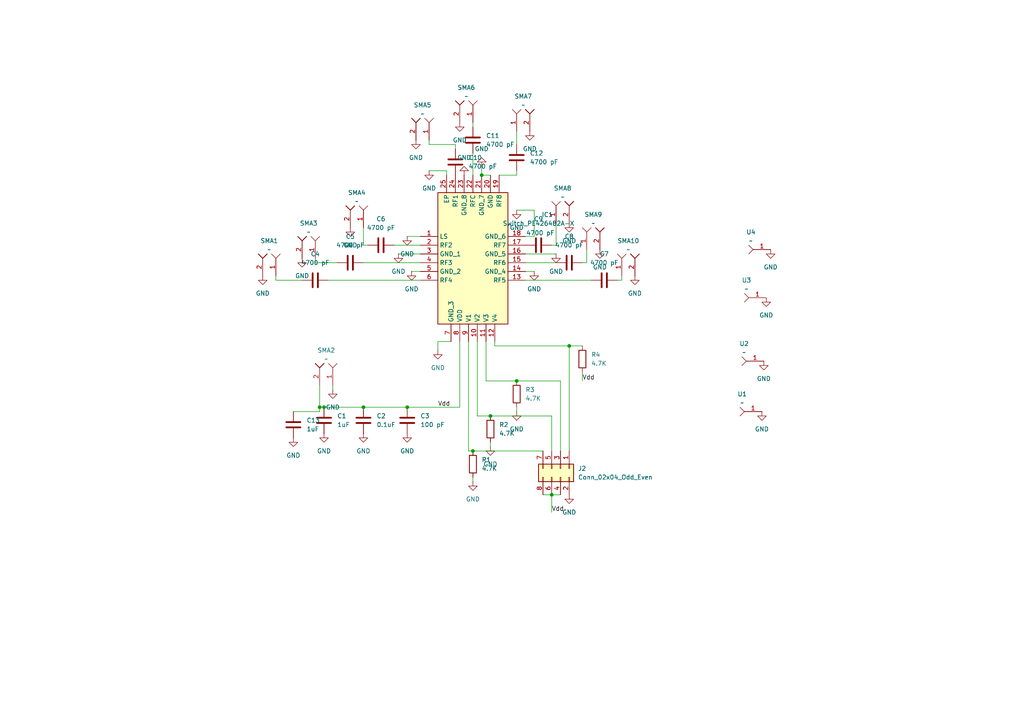
<source format=kicad_sch>
(kicad_sch (version 20231120) (generator "eeschema") (generator_version "8.0")
  (paper "A4")
  (lib_symbols
    (symbol "Connector_Generic:Conn_02x04_Odd_Even" (pin_names (offset 1.016) hide)
      (property "Reference" "J" (at 1.27 5.08 0))
      (property "Value" "Conn_02x04_Odd_Even" (at 1.27 -7.62 0))
      (symbol "Conn_02x04_Odd_Even_1_1"
        (rectangle (start -1.27 -4.953) (end 0 -5.207) (stroke (width 0.1524)))
        (rectangle (start -1.27 -2.413) (end 0 -2.667) (stroke (width 0.1524)))
        (rectangle (start -1.27 0.127) (end 0 -0.127) (stroke (width 0.1524)))
        (rectangle (start -1.27 2.667) (end 0 2.413) (stroke (width 0.1524)))
        (rectangle (start -1.27 3.81) (end 3.81 -6.35) (stroke (width 0.254)) (fill (type background)))
        (rectangle (start 3.81 -4.953) (end 2.54 -5.207) (stroke (width 0.1524)))
        (rectangle (start 3.81 -2.413) (end 2.54 -2.667) (stroke (width 0.1524)))
        (rectangle (start 3.81 0.127) (end 2.54 -0.127) (stroke (width 0.1524)))
        (rectangle (start 3.81 2.667) (end 2.54 2.413) (stroke (width 0.1524)))
        (pin passive line (at -5.08 2.54 0) (length 3.81) (name "Pin_1") (number "1"))
        (pin passive line (at 7.62 2.54 180) (length 3.81) (name "Pin_2") (number "2"))
        (pin passive line (at -5.08 0 0) (length 3.81) (name "Pin_3") (number "3"))
        (pin passive line (at 7.62 0 180) (length 3.81) (name "Pin_4") (number "4"))
        (pin passive line (at -5.08 -2.54 0) (length 3.81) (name "Pin_5") (number "5"))
        (pin passive line (at 7.62 -2.54 180) (length 3.81) (name "Pin_6") (number "6"))
        (pin passive line (at -5.08 -5.08 0) (length 3.81) (name "Pin_7") (number "7"))
        (pin passive line (at 7.62 -5.08 180) (length 3.81) (name "Pin_8") (number "8"))
      )
    )
    (symbol "Device:C" (pin_numbers hide) (pin_names (offset 0.254))
      (property "Reference" "C" (at 0.635 2.54 0))
      (property "Value" "C" (at 0.635 -2.54 0))
      (symbol "C_0_1"
        (polyline (pts (xy -2.032 -0.762) (xy 2.032 -0.762)) (stroke (width 0.508)))
        (polyline (pts (xy -2.032 0.762) (xy 2.032 0.762)) (stroke (width 0.508)))
      )
      (symbol "C_1_1"
        (pin passive line (at 0 3.81 270) (length 2.794) (name "~") (number "1"))
        (pin passive line (at 0 -3.81 90) (length 2.794) (name "~") (number "2"))
      )
    )
    (symbol "Device:R" (pin_numbers hide) (pin_names (offset 0))
      (property "Reference" "R" (at 2.032 0 90))
      (property "Value" "R" (at 0 0 90))
      (symbol "R_0_1"
        (rectangle (start -1.016 -2.54) (end 1.016 2.54) (stroke (width 0.254)))
      )
      (symbol "R_1_1"
        (pin passive line (at 0 3.81 270) (length 1.27) (name "~") (number "1"))
        (pin passive line (at 0 -3.81 90) (length 1.27) (name "~") (number "2"))
      )
    )
    (symbol "MUSIC_LAB:SMA"
      (property "Reference" "SMA" (at 1.27 -1.27 0))
      (symbol "SMA_0_1"
        (polyline (pts (xy -1.27 1.27) (xy -2.54 0)))
        (polyline (pts (xy -1.27 1.27) (xy -2.54 0)))
        (polyline (pts (xy -1.27 1.27) (xy -2.54 0)))
        (polyline (pts (xy -1.27 1.27) (xy -2.54 0)))
        (polyline (pts (xy -1.27 1.27) (xy -2.54 2.54)))
        (polyline (pts (xy -1.27 1.27) (xy -2.54 2.54)))
        (polyline (pts (xy -1.27 1.27) (xy -2.54 2.54)))
        (polyline (pts (xy -1.27 1.27) (xy -2.54 2.54)))
        (polyline (pts (xy -1.27 5.08) (xy -2.54 3.81)))
        (polyline (pts (xy -1.27 5.08) (xy -2.54 6.35)))
      )
      (symbol "SMA_1_1"
        (pin passive line (at 3.81 5.08 180) (length 5.08) (name "") (number "1"))
        (pin passive line (at 3.81 1.27 180) (length 5.08) (name "") (number "2"))
      )
    )
    (symbol "MUSIC_LAB:Switch_PE426482A-X"
      (property "Reference" "IC" (at 26.67 17.78 0))
      (property "Value" "Switch_PE426482A-X" (at 26.67 15.24 0))
      (symbol "Switch_PE426482A-X_1_1"
        (rectangle (start 7.62 12.7) (end 27.94 -25.4) (stroke (width 0.254)) (fill (type background)))
        (pin passive line (at 2.54 0 0) (length 5.08) (name "LS") (number "1"))
        (pin passive line (at 19.05 -30.48 90) (length 5.08) (name "V2") (number "10"))
        (pin passive line (at 21.59 -30.48 90) (length 5.08) (name "V3") (number "11"))
        (pin passive line (at 24.13 -30.48 90) (length 5.08) (name "V4") (number "12"))
        (pin passive line (at 33.02 -12.7 180) (length 5.08) (name "RF5") (number "13"))
        (pin passive line (at 33.02 -10.16 180) (length 5.08) (name "GND_4") (number "14"))
        (pin passive line (at 33.02 -7.62 180) (length 5.08) (name "RF6") (number "15"))
        (pin passive line (at 33.02 -5.08 180) (length 5.08) (name "GND_5") (number "16"))
        (pin passive line (at 33.02 -2.54 180) (length 5.08) (name "RF7") (number "17"))
        (pin passive line (at 33.02 0 180) (length 5.08) (name "GND_6") (number "18"))
        (pin passive line (at 25.4 17.78 270) (length 5.08) (name "RF8") (number "19"))
        (pin passive line (at 2.54 -2.54 0) (length 5.08) (name "RF2") (number "2"))
        (pin passive line (at 22.86 17.78 270) (length 5.08) (name "GND") (number "20"))
        (pin passive line (at 20.32 17.78 270) (length 5.08) (name "GND_7") (number "21"))
        (pin passive line (at 17.78 17.78 270) (length 5.08) (name "RFC") (number "22"))
        (pin passive line (at 15.24 17.78 270) (length 5.08) (name "GND_8") (number "23"))
        (pin passive line (at 12.7 17.78 270) (length 5.08) (name "RF1") (number "24"))
        (pin passive line (at 10.16 17.78 270) (length 5.08) (name "EP") (number "25"))
        (pin passive line (at 2.54 -5.08 0) (length 5.08) (name "GND_1") (number "3"))
        (pin passive line (at 2.54 -7.62 0) (length 5.08) (name "RF3") (number "4"))
        (pin passive line (at 2.54 -10.16 0) (length 5.08) (name "GND_2") (number "5"))
        (pin passive line (at 2.54 -12.7 0) (length 5.08) (name "RF4") (number "6"))
        (pin passive line (at 11.43 -30.48 90) (length 5.08) (name "GND_3") (number "7"))
        (pin passive line (at 13.97 -30.48 90) (length 5.08) (name "VDD") (number "8"))
        (pin passive line (at 16.51 -30.48 90) (length 5.08) (name "V1") (number "9"))
      )
    )
    (symbol "MUSIC_LAB:Via_GND"
      (property "Reference" "U" (at 0 0 0))
      (symbol "Via_GND_0_1"
        (polyline (pts (xy -3.81 3.81) (xy -5.08 2.54)))
        (polyline (pts (xy -3.81 3.81) (xy -5.08 5.08)))
      )
      (symbol "Via_GND_1_1"
        (pin passive line (at 1.27 3.81 180) (length 5.08) (name "") (number "1"))
      )
    )
    (symbol "power:GND" (power) (pin_numbers hide) (pin_names (offset 0) hide)
      (property "Value" "GND" (at 0 -3.81 0))
      (symbol "GND_0_1"
        (polyline (pts (xy 0 0) (xy 0 -1.27) (xy 1.27 -1.27) (xy 0 -2.54) (xy -1.27 -1.27) (xy 0 -1.27)))
      )
      (symbol "GND_1_1"
        (pin power_in line (at 0 0 270) (length 0) (name "~") (number "1"))
      )
    )
  )
  (junction (at 92.71 118.11))
  (junction (at 160.02 143.51))
  (junction (at 93.98 118.11))
  (junction (at 118.11 118.11))
  (junction (at 165.1 100.33))
  (junction (at 137.16 130.81))
  (junction (at 105.41 118.11))
  (junction (at 149.86 110.49))
  (junction (at 139.7 50.8))
  (junction (at 142.24 120.65))
  (wire (pts (xy 92.71 111.76) (xy 92.71 118.11)))
  (wire (pts (xy 118.11 118.11) (xy 133.35 118.11)))
  (wire (pts (xy 143.51 100.33) (xy 165.1 100.33)))
  (wire (pts (xy 149.86 49.53) (xy 149.86 50.8)))
  (wire (pts (xy 137.16 35.56) (xy 137.16 36.83)))
  (wire (pts (xy 124.46 41.91) (xy 132.08 41.91)))
  (wire (pts (xy 137.16 130.81) (xy 157.48 130.81)))
  (wire (pts (xy 80.01 81.28) (xy 87.63 81.28)))
  (wire (pts (xy 132.08 41.91) (xy 132.08 43.18)))
  (wire (pts (xy 133.35 118.11) (xy 133.35 99.06)))
  (wire (pts (xy 92.71 119.38) (xy 92.71 118.11)))
  (wire (pts (xy 140.97 99.06) (xy 140.97 110.49)))
  (wire (pts (xy 139.7 48.26) (xy 139.7 50.8)))
  (wire (pts (xy 161.29 73.66) (xy 152.4 73.66)))
  (wire (pts (xy 144.78 50.8) (xy 149.86 50.8)))
  (wire (pts (xy 91.44 74.93) (xy 91.44 76.2)))
  (wire (pts (xy 149.86 119.38) (xy 149.86 118.11)))
  (wire (pts (xy 92.71 118.11) (xy 93.98 118.11)))
  (wire (pts (xy 137.16 44.45) (xy 137.16 50.8)))
  (wire (pts (xy 139.7 50.8) (xy 142.24 50.8)))
  (wire (pts (xy 161.29 71.12) (xy 160.02 71.12)))
  (wire (pts (xy 149.86 110.49) (xy 162.56 110.49)))
  (wire (pts (xy 105.41 76.2) (xy 121.92 76.2)))
  (wire (pts (xy 165.1 100.33) (xy 168.91 100.33)))
  (wire (pts (xy 154.94 78.74) (xy 152.4 78.74)))
  (wire (pts (xy 105.41 66.04) (xy 105.41 71.12)))
  (wire (pts (xy 119.38 78.74) (xy 121.92 78.74)))
  (wire (pts (xy 135.89 130.81) (xy 137.16 130.81)))
  (wire (pts (xy 149.86 38.1) (xy 149.86 41.91)))
  (wire (pts (xy 143.51 99.06) (xy 143.51 100.33)))
  (wire (pts (xy 105.41 118.11) (xy 118.11 118.11)))
  (wire (pts (xy 162.56 110.49) (xy 162.56 130.81)))
  (wire (pts (xy 170.18 76.2) (xy 168.91 76.2)))
  (wire (pts (xy 127 101.6) (xy 127 99.06)))
  (wire (pts (xy 138.43 120.65) (xy 142.24 120.65)))
  (wire (pts (xy 121.92 68.58) (xy 118.11 68.58)))
  (wire (pts (xy 165.1 100.33) (xy 165.1 130.81)))
  (wire (pts (xy 168.91 110.49) (xy 168.91 107.95)))
  (wire (pts (xy 160.02 120.65) (xy 160.02 130.81)))
  (wire (pts (xy 138.43 99.06) (xy 138.43 120.65)))
  (wire (pts (xy 179.07 81.28) (xy 180.34 81.28)))
  (wire (pts (xy 106.68 71.12) (xy 105.41 71.12)))
  (wire (pts (xy 170.18 72.39) (xy 170.18 76.2)))
  (wire (pts (xy 149.86 60.96) (xy 154.94 60.96)))
  (wire (pts (xy 124.46 40.64) (xy 124.46 41.91)))
  (wire (pts (xy 142.24 129.54) (xy 142.24 128.27)))
  (wire (pts (xy 80.01 80.01) (xy 80.01 81.28)))
  (wire (pts (xy 129.54 49.53) (xy 129.54 50.8)))
  (wire (pts (xy 93.98 118.11) (xy 105.41 118.11)))
  (wire (pts (xy 160.02 143.51) (xy 162.56 143.51)))
  (wire (pts (xy 121.92 73.66) (xy 115.57 73.66)))
  (wire (pts (xy 124.46 49.53) (xy 129.54 49.53)))
  (wire (pts (xy 154.94 60.96) (xy 154.94 68.58)))
  (wire (pts (xy 137.16 139.7) (xy 137.16 138.43)))
  (wire (pts (xy 160.02 143.51) (xy 157.48 143.51)))
  (wire (pts (xy 127 99.06) (xy 130.81 99.06)))
  (wire (pts (xy 91.44 76.2) (xy 97.79 76.2)))
  (wire (pts (xy 140.97 110.49) (xy 149.86 110.49)))
  (wire (pts (xy 161.29 64.77) (xy 161.29 71.12)))
  (wire (pts (xy 160.02 148.59) (xy 160.02 143.51)))
  (wire (pts (xy 95.25 81.28) (xy 121.92 81.28)))
  (wire (pts (xy 180.34 80.01) (xy 180.34 81.28)))
  (wire (pts (xy 85.09 119.38) (xy 92.71 119.38)))
  (wire (pts (xy 135.89 99.06) (xy 135.89 130.81)))
  (wire (pts (xy 152.4 81.28) (xy 171.45 81.28)))
  (wire (pts (xy 121.92 71.12) (xy 114.3 71.12)))
  (wire (pts (xy 161.29 76.2) (xy 152.4 76.2)))
  (wire (pts (xy 154.94 68.58) (xy 152.4 68.58)))
  (wire (pts (xy 96.52 111.76) (xy 96.52 113.03)))
  (wire (pts (xy 142.24 120.65) (xy 160.02 120.65)))
  (label "Vdd" (at 168.91 110.49 0))
  (label "Vdd" (at 127 118.11 0))
  (label "Vdd" (at 160.02 148.59 0))
  (symbol (lib_id "Device:R") (at 142.24 124.46 180) (unit 1)
    (property "Reference" "R2" (at 144.78 123.1899 0) (effects (justify right)))
    (property "Value" "4.7K" (at 144.78 125.7299 0) (effects (justify right)))
    (property "Footprint" "Resistor_SMD:R_0402_1005Metric" (effects (hide yes)))
    (property "Description" "Resistor" (effects (hide yes)))
  )
  (symbol (lib_id "Device:C") (at 101.6 76.2 90) (unit 1)
    (property "Reference" "C5" (at 101.6 68.58 90))
    (property "Value" "4700 pF" (at 101.6 71.12 90))
    (property "Footprint" "Capacitor_SMD:C_0402_1005Metric" (effects (hide yes)))
    (property "Description" "Unpolarized capacitor" (effects (hide yes)))
  )
  (symbol (lib_id "power:GND") (at 105.41 125.73 0) (unit 1)
    (property "Reference" "#PWR06" (effects (hide yes)))
    (property "Value" "GND" (at 105.41 130.81 0))
    (property "Description" "Power symbol creates a global label with name \"GND\" , ground" (effects (hide yes)))
  )
  (symbol (lib_id "Device:C") (at 137.16 40.64 180) (unit 1)
    (property "Reference" "C11" (at 140.97 39.3699 0) (effects (justify right)))
    (property "Value" "4700 pF" (at 140.97 41.9099 0) (effects (justify right)))
    (property "Footprint" "Capacitor_SMD:C_0402_1005Metric" (effects (hide yes)))
    (property "Description" "Unpolarized capacitor" (effects (hide yes)))
  )
  (symbol (lib_id "Device:R") (at 137.16 134.62 180) (unit 1)
    (property "Reference" "R1" (at 139.7 133.3499 0) (effects (justify right)))
    (property "Value" "4.7K" (at 139.7 135.8899 0) (effects (justify right)))
    (property "Footprint" "Resistor_SMD:R_0402_1005Metric" (effects (hide yes)))
    (property "Description" "Resistor" (effects (hide yes)))
  )
  (symbol (lib_id "Device:R") (at 149.86 114.3 180) (unit 1)
    (property "Reference" "R3" (at 152.4 113.0299 0) (effects (justify right)))
    (property "Value" "4.7K" (at 152.4 115.5699 0) (effects (justify right)))
    (property "Footprint" "Resistor_SMD:R_0402_1005Metric" (effects (hide yes)))
    (property "Description" "Resistor" (effects (hide yes)))
  )
  (symbol (lib_id "power:GND") (at 139.7 48.26 0) (mirror x) (unit 1)
    (property "Reference" "#PWR017" (effects (hide yes)))
    (property "Value" "GND" (at 139.7 43.18 0))
    (property "Description" "Power symbol creates a global label with name \"GND\" , ground" (effects (hide yes)))
  )
  (symbol (lib_id "Device:C") (at 118.11 121.92 0) (unit 1)
    (property "Reference" "C3" (at 121.92 120.6499 0) (effects (justify left)))
    (property "Value" "100 pF" (at 121.92 123.1899 0) (effects (justify left)))
    (property "Footprint" "Capacitor_SMD:C_0402_1005Metric" (effects (hide yes)))
    (property "Description" "Unpolarized capacitor" (effects (hide yes)))
  )
  (symbol (lib_id "power:GND") (at 133.35 35.56 0) (unit 1)
    (property "Reference" "#PWR014" (effects (hide yes)))
    (property "Value" "GND" (at 133.35 40.64 0))
    (property "Description" "Power symbol creates a global label with name \"GND\" , ground" (effects (hide yes)))
  )
  (symbol (lib_id "power:GND") (at 124.46 49.53 0) (mirror y) (unit 1)
    (property "Reference" "#PWR012" (effects (hide yes)))
    (property "Value" "GND" (at 124.46 54.61 0))
    (property "Description" "Power symbol creates a global label with name \"GND\" , ground" (effects (hide yes)))
  )
  (symbol (lib_id "Device:C") (at 93.98 121.92 0) (unit 1)
    (property "Reference" "C1" (at 97.79 120.6499 0) (effects (justify left)))
    (property "Value" "1uF" (at 97.79 123.1899 0) (effects (justify left)))
    (property "Footprint" "Capacitor_SMD:C_0402_1005Metric" (effects (hide yes)))
    (property "Description" "Unpolarized capacitor" (effects (hide yes)))
  )
  (symbol (lib_id "power:GND") (at 220.98 119.38 0) (mirror y) (unit 1)
    (property "Reference" "#PWR029" (effects (hide yes)))
    (property "Value" "GND" (at 220.98 124.46 0))
    (property "Description" "Power symbol creates a global label with name \"GND\" , ground" (effects (hide yes)))
  )
  (symbol (lib_id "MUSIC_LAB:SMA") (at 100.33 62.23 270) (unit 1)
    (property "Reference" "SMA4" (at 103.505 55.88 90))
    (property "Value" "~" (at 103.505 58.42 90))
    (property "Footprint" "MUSIC_Lab:SMA_Edge_step_1" (effects (hide yes)))
  )
  (symbol (lib_id "power:GND") (at 165.1 64.77 0) (mirror y) (unit 1)
    (property "Reference" "#PWR024" (effects (hide yes)))
    (property "Value" "GND" (at 165.1 69.85 0))
    (property "Description" "Power symbol creates a global label with name \"GND\" , ground" (effects (hide yes)))
  )
  (symbol (lib_id "power:GND") (at 222.25 86.36 0) (mirror y) (unit 1)
    (property "Reference" "#PWR031" (effects (hide yes)))
    (property "Value" "GND" (at 222.25 91.44 0))
    (property "Description" "Power symbol creates a global label with name \"GND\" , ground" (effects (hide yes)))
  )
  (symbol (lib_id "power:GND") (at 161.29 73.66 0) (mirror y) (unit 1)
    (property "Reference" "#PWR023" (effects (hide yes)))
    (property "Value" "GND" (at 161.29 78.74 0))
    (property "Description" "Power symbol creates a global label with name \"GND\" , ground" (effects (hide yes)))
  )
  (symbol (lib_id "Device:C") (at 105.41 121.92 0) (unit 1)
    (property "Reference" "C2" (at 109.22 120.6499 0) (effects (justify left)))
    (property "Value" "0.1uF" (at 109.22 123.1899 0) (effects (justify left)))
    (property "Footprint" "Capacitor_SMD:C_0402_1005Metric" (effects (hide yes)))
    (property "Description" "Unpolarized capacitor" (effects (hide yes)))
  )
  (symbol (lib_id "power:GND") (at 221.5461 104.7497 0) (mirror y) (unit 1)
    (property "Reference" "#PWR030" (effects (hide yes)))
    (property "Value" "GND" (at 221.5461 109.8297 0))
    (property "Description" "Power symbol creates a global label with name \"GND\" , ground" (effects (hide yes)))
  )
  (symbol (lib_id "power:GND") (at 93.98 125.73 0) (unit 1)
    (property "Reference" "#PWR04" (effects (hide yes)))
    (property "Value" "GND" (at 93.98 130.81 0))
    (property "Description" "Power symbol creates a global label with name \"GND\" , ground" (effects (hide yes)))
  )
  (symbol (lib_id "power:GND") (at 87.63 74.93 0) (unit 1)
    (property "Reference" "#PWR03" (effects (hide yes)))
    (property "Value" "GND" (at 87.63 80.01 0))
    (property "Description" "Power symbol creates a global label with name \"GND\" , ground" (effects (hide yes)))
  )
  (symbol (lib_id "power:GND") (at 118.11 68.58 0) (unit 1)
    (property "Reference" "#PWR09" (effects (hide yes)))
    (property "Value" "GND" (at 118.11 73.66 0))
    (property "Description" "Power symbol creates a global label with name \"GND\" , ground" (effects (hide yes)))
  )
  (symbol (lib_id "MUSIC_LAB:SMA") (at 74.93 76.2 270) (unit 1)
    (property "Reference" "SMA1" (at 78.105 69.85 90))
    (property "Value" "~" (at 78.105 72.39 90))
    (property "Footprint" "MUSIC_Lab:SMA_Edge_step_1" (effects (hide yes)))
  )
  (symbol (lib_id "MUSIC_LAB:SMA") (at 175.26 68.58 90) (mirror x) (unit 1)
    (property "Reference" "SMA9" (at 172.085 62.23 90))
    (property "Value" "~" (at 172.085 64.77 90))
    (property "Footprint" "MUSIC_Lab:SMA_Edge_step_1" (effects (hide yes)))
  )
  (symbol (lib_id "power:GND") (at 120.65 40.64 0) (unit 1)
    (property "Reference" "#PWR011" (effects (hide yes)))
    (property "Value" "GND" (at 120.65 45.72 0))
    (property "Description" "Power symbol creates a global label with name \"GND\" , ground" (effects (hide yes)))
  )
  (symbol (lib_id "power:GND") (at 149.86 60.96 0) (mirror y) (unit 1)
    (property "Reference" "#PWR022" (effects (hide yes)))
    (property "Value" "GND" (at 149.86 66.04 0))
    (property "Description" "Power symbol creates a global label with name \"GND\" , ground" (effects (hide yes)))
  )
  (symbol (lib_id "power:GND") (at 85.09 127 0) (unit 1)
    (property "Reference" "#PWR028" (effects (hide yes)))
    (property "Value" "GND" (at 85.09 132.08 0))
    (property "Description" "Power symbol creates a global label with name \"GND\" , ground" (effects (hide yes)))
  )
  (symbol (lib_id "MUSIC_LAB:Via_GND") (at 219.71 123.19 0) (unit 1)
    (property "Reference" "U1" (at 215.265 114.3 0))
    (property "Value" "~" (at 215.265 116.84 0))
    (property "Footprint" "MUSIC_Lab:via_GND" (effects (hide yes)))
  )
  (symbol (lib_id "Connector_Generic:Conn_02x04_Odd_Even") (at 162.56 135.89 270) (unit 1)
    (property "Reference" "J2" (at 167.64 135.8899 90) (effects (justify left)))
    (property "Value" "Conn_02x04_Odd_Even" (at 167.64 138.4299 90) (effects (justify left)))
    (property "Footprint" "Connector_PinSocket_2.54mm:PinSocket_2x04_P2.54mm_Vertical_SMD" (effects (hide yes)))
    (property "Description" "Generic connector, double row, 02x04, odd/even pin numbering scheme (row 1 odd numbers, row 2 even numbers), script generated (kicad-library-utils/schlib/autogen/connector/)" (effects (hide yes)))
  )
  (symbol (lib_id "Device:C") (at 149.86 45.72 180) (unit 1)
    (property "Reference" "C12" (at 153.67 44.4499 0) (effects (justify right)))
    (property "Value" "4700 pF" (at 153.67 46.9899 0) (effects (justify right)))
    (property "Footprint" "Capacitor_SMD:C_0402_1005Metric" (effects (hide yes)))
    (property "Description" "Unpolarized capacitor" (effects (hide yes)))
  )
  (symbol (lib_id "Device:C") (at 175.26 81.28 90) (unit 1)
    (property "Reference" "C7" (at 175.26 73.66 90))
    (property "Value" "4700 pF" (at 175.26 76.2 90))
    (property "Footprint" "Capacitor_SMD:C_0402_1005Metric" (effects (hide yes)))
    (property "Description" "Unpolarized capacitor" (effects (hide yes)))
  )
  (symbol (lib_id "power:GND") (at 137.16 139.7 0) (mirror y) (unit 1)
    (property "Reference" "#PWR019" (effects (hide yes)))
    (property "Value" "GND" (at 137.16 144.78 0))
    (property "Description" "Power symbol creates a global label with name \"GND\" , ground" (effects (hide yes)))
  )
  (symbol (lib_id "power:GND") (at 153.67 38.1 0) (mirror y) (unit 1)
    (property "Reference" "#PWR018" (effects (hide yes)))
    (property "Value" "GND" (at 153.67 43.18 0))
    (property "Description" "Power symbol creates a global label with name \"GND\" , ground" (effects (hide yes)))
  )
  (symbol (lib_id "MUSIC_LAB:SMA") (at 154.94 34.29 90) (mirror x) (unit 1)
    (property "Reference" "SMA7" (at 151.765 27.94 90))
    (property "Value" "~" (at 151.765 30.48 90))
    (property "Footprint" "MUSIC_Lab:SMA_Edge_step_1" (effects (hide yes)))
  )
  (symbol (lib_id "MUSIC_LAB:SMA") (at 185.42 76.2 90) (mirror x) (unit 1)
    (property "Reference" "SMA10" (at 182.245 69.85 90))
    (property "Value" "~" (at 182.245 72.39 90))
    (property "Footprint" "MUSIC_Lab:SMA_Edge_step_1" (effects (hide yes)))
  )
  (symbol (lib_id "power:GND") (at 184.15 80.01 0) (mirror y) (unit 1)
    (property "Reference" "#PWR026" (effects (hide yes)))
    (property "Value" "GND" (at 184.15 85.09 0))
    (property "Description" "Power symbol creates a global label with name \"GND\" , ground" (effects (hide yes)))
  )
  (symbol (lib_id "power:GND") (at 165.1 143.51 0) (mirror y) (unit 1)
    (property "Reference" "#PWR016" (effects (hide yes)))
    (property "Value" "GND" (at 165.1 148.59 0))
    (property "Description" "Power symbol creates a global label with name \"GND\" , ground" (effects (hide yes)))
  )
  (symbol (lib_id "power:GND") (at 154.94 78.74 0) (mirror y) (unit 1)
    (property "Reference" "#PWR021" (effects (hide yes)))
    (property "Value" "GND" (at 154.94 83.82 0))
    (property "Description" "Power symbol creates a global label with name \"GND\" , ground" (effects (hide yes)))
  )
  (symbol (lib_id "Device:C") (at 156.21 71.12 90) (unit 1)
    (property "Reference" "C9" (at 156.21 63.5 90))
    (property "Value" "4700 pF" (at 156.718 67.564 90))
    (property "Footprint" "Capacitor_SMD:C_0402_1005Metric" (effects (hide yes)))
    (property "Description" "Unpolarized capacitor" (effects (hide yes)))
  )
  (symbol (lib_id "MUSIC_LAB:Via_GND") (at 220.98 90.17 0) (unit 1)
    (property "Reference" "U3" (at 216.535 81.28 0))
    (property "Value" "~" (at 216.535 83.82 0))
    (property "Footprint" "MUSIC_Lab:via_GND" (effects (hide yes)))
  )
  (symbol (lib_id "power:GND") (at 96.52 113.03 0) (unit 1)
    (property "Reference" "#PWR02" (effects (hide yes)))
    (property "Value" "GND" (at 96.52 118.11 0))
    (property "Description" "Power symbol creates a global label with name \"GND\" , ground" (effects (hide yes)))
  )
  (symbol (lib_id "Device:C") (at 85.09 123.19 0) (unit 1)
    (property "Reference" "C13" (at 88.9 121.9199 0) (effects (justify left)))
    (property "Value" "1uF" (at 88.9 124.4599 0) (effects (justify left)))
    (property "Footprint" "Capacitor_SMD:C_0402_1005Metric" (effects (hide yes)))
    (property "Description" "Unpolarized capacitor" (effects (hide yes)))
  )
  (symbol (lib_id "power:GND") (at 101.6 66.04 0) (unit 1)
    (property "Reference" "#PWR05" (effects (hide yes)))
    (property "Value" "GND" (at 101.6 71.12 0))
    (property "Description" "Power symbol creates a global label with name \"GND\" , ground" (effects (hide yes)))
  )
  (symbol (lib_id "Device:C") (at 132.08 46.99 180) (unit 1)
    (property "Reference" "C10" (at 135.89 45.7199 0) (effects (justify right)))
    (property "Value" "4700 pF" (at 135.89 48.2599 0) (effects (justify right)))
    (property "Footprint" "Capacitor_SMD:C_0402_1005Metric" (effects (hide yes)))
    (property "Description" "Unpolarized capacitor" (effects (hide yes)))
  )
  (symbol (lib_id "power:GND") (at 173.99 72.39 0) (mirror y) (unit 1)
    (property "Reference" "#PWR025" (effects (hide yes)))
    (property "Value" "GND" (at 173.99 77.47 0))
    (property "Description" "Power symbol creates a global label with name \"GND\" , ground" (effects (hide yes)))
  )
  (symbol (lib_id "power:GND") (at 223.52 72.39 0) (mirror y) (unit 1)
    (property "Reference" "#PWR032" (effects (hide yes)))
    (property "Value" "GND" (at 223.52 77.47 0))
    (property "Description" "Power symbol creates a global label with name \"GND\" , ground" (effects (hide yes)))
  )
  (symbol (lib_id "MUSIC_LAB:SMA") (at 119.38 36.83 270) (unit 1)
    (property "Reference" "SMA5" (at 122.555 30.48 90))
    (property "Value" "~" (at 122.555 33.02 90))
    (property "Footprint" "MUSIC_Lab:SMA_Edge_step_1" (effects (hide yes)))
  )
  (symbol (lib_id "Device:R") (at 168.91 104.14 180) (unit 1)
    (property "Reference" "R4" (at 171.45 102.8699 0) (effects (justify right)))
    (property "Value" "4.7K" (at 171.45 105.4099 0) (effects (justify right)))
    (property "Footprint" "Resistor_SMD:R_0402_1005Metric" (effects (hide yes)))
    (property "Description" "Resistor" (effects (hide yes)))
  )
  (symbol (lib_id "power:GND") (at 134.62 50.8 0) (mirror x) (unit 1)
    (property "Reference" "#PWR015" (effects (hide yes)))
    (property "Value" "GND" (at 134.62 45.72 0))
    (property "Description" "Power symbol creates a global label with name \"GND\" , ground" (effects (hide yes)))
  )
  (symbol (lib_id "MUSIC_LAB:SMA") (at 86.36 71.12 270) (unit 1)
    (property "Reference" "SMA3" (at 89.535 64.77 90))
    (property "Value" "~" (at 89.535 67.31 90))
    (property "Footprint" "MUSIC_Lab:SMA_Edge_step_1" (effects (hide yes)))
  )
  (symbol (lib_id "Device:C") (at 91.44 81.28 90) (unit 1)
    (property "Reference" "C4" (at 91.44 73.66 90))
    (property "Value" "4700 pF" (at 91.44 76.2 90))
    (property "Footprint" "Capacitor_SMD:C_0402_1005Metric" (effects (hide yes)))
    (property "Description" "Unpolarized capacitor" (effects (hide yes)))
  )
  (symbol (lib_id "power:GND") (at 149.86 119.38 0) (mirror y) (unit 1)
    (property "Reference" "#PWR027" (effects (hide yes)))
    (property "Value" "GND" (at 149.86 124.46 0))
    (property "Description" "Power symbol creates a global label with name \"GND\" , ground" (effects (hide yes)))
  )
  (symbol (lib_id "MUSIC_LAB:SMA") (at 166.37 60.96 90) (mirror x) (unit 1)
    (property "Reference" "SMA8" (at 163.195 54.61 90))
    (property "Value" "~" (at 163.195 57.15 90))
    (property "Footprint" "MUSIC_Lab:SMA_Edge_step_1" (effects (hide yes)))
  )
  (symbol (lib_id "MUSIC_LAB:Switch_PE426482A-X") (at 119.38 68.58 0) (unit 1)
    (property "Reference" "IC1" (at 158.75 62.2614 0))
    (property "Value" "Switch_PE426482A-X" (at 156.21 64.8014 0))
    (property "Footprint" "MUSIC_Lab:QFN50P400X400X90-25N" (effects (hide yes)))
    (property "Datasheet" "https://www.psemi.com/pdf/datasheets/pe426482ds.pdf" (effects (hide yes)))
    (property "Description" "RF Switch ICs SP8T, -55 to +125 C, Absorptive, 50? RF Switch, w/o ext. Vss" (effects (hide yes)))
    (property "Height" "0.9" (effects (hide yes)))
    (property "Mouser Part Number" "81-PE426482A-X" (effects (hide yes)))
    (property "Mouser Price/Stock" "https://www.mouser.co.uk/ProductDetail/pSemi/PE426482A-X?qs=5aG0NVq1C4yY1w5gq8I7Qg%3D%3D" (effects (hide yes)))
    (property "Manufacturer_Name" "Peregrine Semiconductor" (effects (hide yes)))
    (property "Manufacturer_Part_Number" "PE426482A-X" (effects (hide yes)))
  )
  (symbol (lib_id "power:GND") (at 76.2 80.01 0) (unit 1)
    (property "Reference" "#PWR01" (effects (hide yes)))
    (property "Value" "GND" (at 76.2 85.09 0))
    (property "Description" "Power symbol creates a global label with name \"GND\" , ground" (effects (hide yes)))
  )
  (symbol (lib_id "power:GND") (at 142.24 129.54 0) (mirror y) (unit 1)
    (property "Reference" "#PWR020" (effects (hide yes)))
    (property "Value" "GND" (at 142.24 134.62 0))
    (property "Description" "Power symbol creates a global label with name \"GND\" , ground" (effects (hide yes)))
  )
  (symbol (lib_id "Device:C") (at 165.1 76.2 90) (unit 1)
    (property "Reference" "C8" (at 165.1 68.58 90))
    (property "Value" "4700 pF" (at 165.1 71.12 90))
    (property "Footprint" "Capacitor_SMD:C_0402_1005Metric" (effects (hide yes)))
    (property "Description" "Unpolarized capacitor" (effects (hide yes)))
  )
  (symbol (lib_id "power:GND") (at 127 101.6 0) (mirror y) (unit 1)
    (property "Reference" "#PWR013" (effects (hide yes)))
    (property "Value" "GND" (at 127 106.68 0))
    (property "Description" "Power symbol creates a global label with name \"GND\" , ground" (effects (hide yes)))
  )
  (symbol (lib_id "power:GND") (at 118.11 125.73 0) (unit 1)
    (property "Reference" "#PWR08" (effects (hide yes)))
    (property "Value" "GND" (at 118.11 130.81 0))
    (property "Description" "Power symbol creates a global label with name \"GND\" , ground" (effects (hide yes)))
  )
  (symbol (lib_id "power:GND") (at 119.38 78.74 0) (unit 1)
    (property "Reference" "#PWR010" (effects (hide yes)))
    (property "Value" "GND" (at 119.38 83.82 0))
    (property "Description" "Power symbol creates a global label with name \"GND\" , ground" (effects (hide yes)))
  )
  (symbol (lib_id "MUSIC_LAB:SMA") (at 132.08 31.75 270) (unit 1)
    (property "Reference" "SMA6" (at 135.255 25.4 90))
    (property "Value" "~" (at 135.255 27.94 90))
    (property "Footprint" "MUSIC_Lab:SMA_Edge_step_1" (effects (hide yes)))
  )
  (symbol (lib_id "Device:C") (at 110.49 71.12 90) (unit 1)
    (property "Reference" "C6" (at 110.49 63.5 90))
    (property "Value" "4700 pF" (at 110.49 66.04 90))
    (property "Footprint" "Capacitor_SMD:C_0402_1005Metric" (effects (hide yes)))
    (property "Description" "Unpolarized capacitor" (effects (hide yes)))
  )
  (symbol (lib_id "MUSIC_LAB:SMA") (at 91.44 107.95 270) (unit 1)
    (property "Reference" "SMA2" (at 94.615 101.6 90))
    (property "Value" "~" (at 94.615 104.14 90))
    (property "Footprint" "Connector_JST:JST_EH_S2B-EH_1x02_P2.50mm_Horizontal" (effects (hide yes)))
  )
  (symbol (lib_id "MUSIC_LAB:Via_GND") (at 220.2761 108.5597 0) (unit 1)
    (property "Reference" "U2" (at 215.8311 99.6697 0))
    (property "Value" "~" (at 215.8311 102.2097 0))
    (property "Footprint" "MUSIC_Lab:via_GND" (effects (hide yes)))
  )
  (symbol (lib_id "MUSIC_LAB:Via_GND") (at 222.25 76.2 0) (unit 1)
    (property "Reference" "U4" (at 217.805 67.31 0))
    (property "Value" "~" (at 217.805 69.85 0))
    (property "Footprint" "MUSIC_Lab:via_GND" (effects (hide yes)))
  )
  (symbol (lib_id "power:GND") (at 115.57 73.66 0) (unit 1)
    (property "Reference" "#PWR07" (effects (hide yes)))
    (property "Value" "GND" (at 115.57 78.74 0))
    (property "Description" "Power symbol creates a global label with name \"GND\" , ground" (effects (hide yes)))
  )
)
</source>
